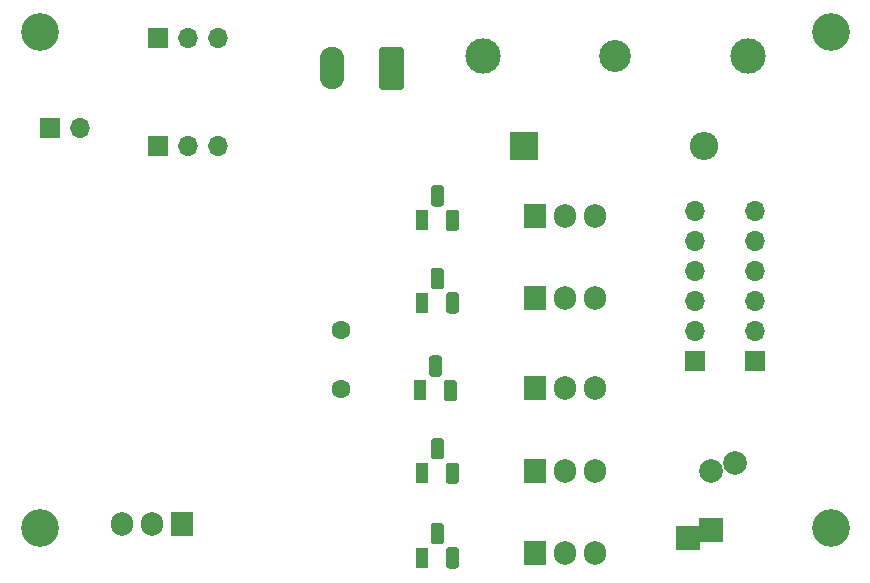
<source format=gbr>
G04 #@! TF.GenerationSoftware,KiCad,Pcbnew,5.1.5*
G04 #@! TF.CreationDate,2020-04-19T19:26:31+00:00*
G04 #@! TF.ProjectId,esp-12_led_strip_controller,6573702d-3132-45f6-9c65-645f73747269,rev?*
G04 #@! TF.SameCoordinates,Original*
G04 #@! TF.FileFunction,Soldermask,Bot*
G04 #@! TF.FilePolarity,Negative*
%FSLAX46Y46*%
G04 Gerber Fmt 4.6, Leading zero omitted, Abs format (unit mm)*
G04 Created by KiCad (PCBNEW 5.1.5) date 2020-04-19 19:26:31*
%MOMM*%
%LPD*%
G04 APERTURE LIST*
%ADD10O,1.905000X2.000000*%
%ADD11R,1.905000X2.000000*%
%ADD12C,3.200000*%
%ADD13O,1.700000X1.700000*%
%ADD14R,1.700000X1.700000*%
%ADD15C,2.000000*%
%ADD16R,2.000000X2.000000*%
%ADD17O,2.400000X2.400000*%
%ADD18R,2.400000X2.400000*%
%ADD19C,2.700000*%
%ADD20C,3.000000*%
%ADD21C,1.600000*%
%ADD22R,1.100000X1.800000*%
%ADD23C,0.100000*%
%ADD24O,2.080000X3.600000*%
G04 APERTURE END LIST*
D10*
X59944000Y-137668000D03*
X62484000Y-137668000D03*
D11*
X65024000Y-137668000D03*
D12*
X120000000Y-138000000D03*
X120000000Y-96000000D03*
D13*
X113540000Y-111110000D03*
X113540000Y-113650000D03*
X113540000Y-116190000D03*
X113540000Y-118730000D03*
X113540000Y-121270000D03*
D14*
X113540000Y-123810000D03*
X108460000Y-123810000D03*
D13*
X108460000Y-116190000D03*
X108460000Y-113650000D03*
X108460000Y-121270000D03*
X108460000Y-118730000D03*
X108460000Y-111110000D03*
D12*
X53000000Y-138000000D03*
X53000000Y-96000000D03*
D15*
X111855000Y-132503856D03*
D16*
X107855000Y-138848144D03*
D15*
X109855000Y-133176000D03*
D16*
X109855000Y-138176000D03*
D17*
X109220000Y-105664000D03*
D18*
X93980000Y-105664000D03*
D19*
X101750000Y-98000000D03*
D20*
X90500000Y-98000000D03*
X113000000Y-98000000D03*
D21*
X78486000Y-121238000D03*
X78486000Y-126238000D03*
D22*
X85408000Y-111922000D03*
D23*
G36*
X88249955Y-111023324D02*
G01*
X88276650Y-111027284D01*
X88302828Y-111033841D01*
X88328238Y-111042933D01*
X88352634Y-111054472D01*
X88375782Y-111068346D01*
X88397458Y-111084422D01*
X88417454Y-111102546D01*
X88435578Y-111122542D01*
X88451654Y-111144218D01*
X88465528Y-111167366D01*
X88477067Y-111191762D01*
X88486159Y-111217172D01*
X88492716Y-111243350D01*
X88496676Y-111270045D01*
X88498000Y-111297000D01*
X88498000Y-112547000D01*
X88496676Y-112573955D01*
X88492716Y-112600650D01*
X88486159Y-112626828D01*
X88477067Y-112652238D01*
X88465528Y-112676634D01*
X88451654Y-112699782D01*
X88435578Y-112721458D01*
X88417454Y-112741454D01*
X88397458Y-112759578D01*
X88375782Y-112775654D01*
X88352634Y-112789528D01*
X88328238Y-112801067D01*
X88302828Y-112810159D01*
X88276650Y-112816716D01*
X88249955Y-112820676D01*
X88223000Y-112822000D01*
X87673000Y-112822000D01*
X87646045Y-112820676D01*
X87619350Y-112816716D01*
X87593172Y-112810159D01*
X87567762Y-112801067D01*
X87543366Y-112789528D01*
X87520218Y-112775654D01*
X87498542Y-112759578D01*
X87478546Y-112741454D01*
X87460422Y-112721458D01*
X87444346Y-112699782D01*
X87430472Y-112676634D01*
X87418933Y-112652238D01*
X87409841Y-112626828D01*
X87403284Y-112600650D01*
X87399324Y-112573955D01*
X87398000Y-112547000D01*
X87398000Y-111297000D01*
X87399324Y-111270045D01*
X87403284Y-111243350D01*
X87409841Y-111217172D01*
X87418933Y-111191762D01*
X87430472Y-111167366D01*
X87444346Y-111144218D01*
X87460422Y-111122542D01*
X87478546Y-111102546D01*
X87498542Y-111084422D01*
X87520218Y-111068346D01*
X87543366Y-111054472D01*
X87567762Y-111042933D01*
X87593172Y-111033841D01*
X87619350Y-111027284D01*
X87646045Y-111023324D01*
X87673000Y-111022000D01*
X88223000Y-111022000D01*
X88249955Y-111023324D01*
G37*
G36*
X86979955Y-108953324D02*
G01*
X87006650Y-108957284D01*
X87032828Y-108963841D01*
X87058238Y-108972933D01*
X87082634Y-108984472D01*
X87105782Y-108998346D01*
X87127458Y-109014422D01*
X87147454Y-109032546D01*
X87165578Y-109052542D01*
X87181654Y-109074218D01*
X87195528Y-109097366D01*
X87207067Y-109121762D01*
X87216159Y-109147172D01*
X87222716Y-109173350D01*
X87226676Y-109200045D01*
X87228000Y-109227000D01*
X87228000Y-110477000D01*
X87226676Y-110503955D01*
X87222716Y-110530650D01*
X87216159Y-110556828D01*
X87207067Y-110582238D01*
X87195528Y-110606634D01*
X87181654Y-110629782D01*
X87165578Y-110651458D01*
X87147454Y-110671454D01*
X87127458Y-110689578D01*
X87105782Y-110705654D01*
X87082634Y-110719528D01*
X87058238Y-110731067D01*
X87032828Y-110740159D01*
X87006650Y-110746716D01*
X86979955Y-110750676D01*
X86953000Y-110752000D01*
X86403000Y-110752000D01*
X86376045Y-110750676D01*
X86349350Y-110746716D01*
X86323172Y-110740159D01*
X86297762Y-110731067D01*
X86273366Y-110719528D01*
X86250218Y-110705654D01*
X86228542Y-110689578D01*
X86208546Y-110671454D01*
X86190422Y-110651458D01*
X86174346Y-110629782D01*
X86160472Y-110606634D01*
X86148933Y-110582238D01*
X86139841Y-110556828D01*
X86133284Y-110530650D01*
X86129324Y-110503955D01*
X86128000Y-110477000D01*
X86128000Y-109227000D01*
X86129324Y-109200045D01*
X86133284Y-109173350D01*
X86139841Y-109147172D01*
X86148933Y-109121762D01*
X86160472Y-109097366D01*
X86174346Y-109074218D01*
X86190422Y-109052542D01*
X86208546Y-109032546D01*
X86228542Y-109014422D01*
X86250218Y-108998346D01*
X86273366Y-108984472D01*
X86297762Y-108972933D01*
X86323172Y-108963841D01*
X86349350Y-108957284D01*
X86376045Y-108953324D01*
X86403000Y-108952000D01*
X86953000Y-108952000D01*
X86979955Y-108953324D01*
G37*
G36*
X86809955Y-123353324D02*
G01*
X86836650Y-123357284D01*
X86862828Y-123363841D01*
X86888238Y-123372933D01*
X86912634Y-123384472D01*
X86935782Y-123398346D01*
X86957458Y-123414422D01*
X86977454Y-123432546D01*
X86995578Y-123452542D01*
X87011654Y-123474218D01*
X87025528Y-123497366D01*
X87037067Y-123521762D01*
X87046159Y-123547172D01*
X87052716Y-123573350D01*
X87056676Y-123600045D01*
X87058000Y-123627000D01*
X87058000Y-124877000D01*
X87056676Y-124903955D01*
X87052716Y-124930650D01*
X87046159Y-124956828D01*
X87037067Y-124982238D01*
X87025528Y-125006634D01*
X87011654Y-125029782D01*
X86995578Y-125051458D01*
X86977454Y-125071454D01*
X86957458Y-125089578D01*
X86935782Y-125105654D01*
X86912634Y-125119528D01*
X86888238Y-125131067D01*
X86862828Y-125140159D01*
X86836650Y-125146716D01*
X86809955Y-125150676D01*
X86783000Y-125152000D01*
X86233000Y-125152000D01*
X86206045Y-125150676D01*
X86179350Y-125146716D01*
X86153172Y-125140159D01*
X86127762Y-125131067D01*
X86103366Y-125119528D01*
X86080218Y-125105654D01*
X86058542Y-125089578D01*
X86038546Y-125071454D01*
X86020422Y-125051458D01*
X86004346Y-125029782D01*
X85990472Y-125006634D01*
X85978933Y-124982238D01*
X85969841Y-124956828D01*
X85963284Y-124930650D01*
X85959324Y-124903955D01*
X85958000Y-124877000D01*
X85958000Y-123627000D01*
X85959324Y-123600045D01*
X85963284Y-123573350D01*
X85969841Y-123547172D01*
X85978933Y-123521762D01*
X85990472Y-123497366D01*
X86004346Y-123474218D01*
X86020422Y-123452542D01*
X86038546Y-123432546D01*
X86058542Y-123414422D01*
X86080218Y-123398346D01*
X86103366Y-123384472D01*
X86127762Y-123372933D01*
X86153172Y-123363841D01*
X86179350Y-123357284D01*
X86206045Y-123353324D01*
X86233000Y-123352000D01*
X86783000Y-123352000D01*
X86809955Y-123353324D01*
G37*
G36*
X88079955Y-125423324D02*
G01*
X88106650Y-125427284D01*
X88132828Y-125433841D01*
X88158238Y-125442933D01*
X88182634Y-125454472D01*
X88205782Y-125468346D01*
X88227458Y-125484422D01*
X88247454Y-125502546D01*
X88265578Y-125522542D01*
X88281654Y-125544218D01*
X88295528Y-125567366D01*
X88307067Y-125591762D01*
X88316159Y-125617172D01*
X88322716Y-125643350D01*
X88326676Y-125670045D01*
X88328000Y-125697000D01*
X88328000Y-126947000D01*
X88326676Y-126973955D01*
X88322716Y-127000650D01*
X88316159Y-127026828D01*
X88307067Y-127052238D01*
X88295528Y-127076634D01*
X88281654Y-127099782D01*
X88265578Y-127121458D01*
X88247454Y-127141454D01*
X88227458Y-127159578D01*
X88205782Y-127175654D01*
X88182634Y-127189528D01*
X88158238Y-127201067D01*
X88132828Y-127210159D01*
X88106650Y-127216716D01*
X88079955Y-127220676D01*
X88053000Y-127222000D01*
X87503000Y-127222000D01*
X87476045Y-127220676D01*
X87449350Y-127216716D01*
X87423172Y-127210159D01*
X87397762Y-127201067D01*
X87373366Y-127189528D01*
X87350218Y-127175654D01*
X87328542Y-127159578D01*
X87308546Y-127141454D01*
X87290422Y-127121458D01*
X87274346Y-127099782D01*
X87260472Y-127076634D01*
X87248933Y-127052238D01*
X87239841Y-127026828D01*
X87233284Y-127000650D01*
X87229324Y-126973955D01*
X87228000Y-126947000D01*
X87228000Y-125697000D01*
X87229324Y-125670045D01*
X87233284Y-125643350D01*
X87239841Y-125617172D01*
X87248933Y-125591762D01*
X87260472Y-125567366D01*
X87274346Y-125544218D01*
X87290422Y-125522542D01*
X87308546Y-125502546D01*
X87328542Y-125484422D01*
X87350218Y-125468346D01*
X87373366Y-125454472D01*
X87397762Y-125442933D01*
X87423172Y-125433841D01*
X87449350Y-125427284D01*
X87476045Y-125423324D01*
X87503000Y-125422000D01*
X88053000Y-125422000D01*
X88079955Y-125423324D01*
G37*
D22*
X85238000Y-126322000D03*
X85408000Y-140497000D03*
D23*
G36*
X88249955Y-139598324D02*
G01*
X88276650Y-139602284D01*
X88302828Y-139608841D01*
X88328238Y-139617933D01*
X88352634Y-139629472D01*
X88375782Y-139643346D01*
X88397458Y-139659422D01*
X88417454Y-139677546D01*
X88435578Y-139697542D01*
X88451654Y-139719218D01*
X88465528Y-139742366D01*
X88477067Y-139766762D01*
X88486159Y-139792172D01*
X88492716Y-139818350D01*
X88496676Y-139845045D01*
X88498000Y-139872000D01*
X88498000Y-141122000D01*
X88496676Y-141148955D01*
X88492716Y-141175650D01*
X88486159Y-141201828D01*
X88477067Y-141227238D01*
X88465528Y-141251634D01*
X88451654Y-141274782D01*
X88435578Y-141296458D01*
X88417454Y-141316454D01*
X88397458Y-141334578D01*
X88375782Y-141350654D01*
X88352634Y-141364528D01*
X88328238Y-141376067D01*
X88302828Y-141385159D01*
X88276650Y-141391716D01*
X88249955Y-141395676D01*
X88223000Y-141397000D01*
X87673000Y-141397000D01*
X87646045Y-141395676D01*
X87619350Y-141391716D01*
X87593172Y-141385159D01*
X87567762Y-141376067D01*
X87543366Y-141364528D01*
X87520218Y-141350654D01*
X87498542Y-141334578D01*
X87478546Y-141316454D01*
X87460422Y-141296458D01*
X87444346Y-141274782D01*
X87430472Y-141251634D01*
X87418933Y-141227238D01*
X87409841Y-141201828D01*
X87403284Y-141175650D01*
X87399324Y-141148955D01*
X87398000Y-141122000D01*
X87398000Y-139872000D01*
X87399324Y-139845045D01*
X87403284Y-139818350D01*
X87409841Y-139792172D01*
X87418933Y-139766762D01*
X87430472Y-139742366D01*
X87444346Y-139719218D01*
X87460422Y-139697542D01*
X87478546Y-139677546D01*
X87498542Y-139659422D01*
X87520218Y-139643346D01*
X87543366Y-139629472D01*
X87567762Y-139617933D01*
X87593172Y-139608841D01*
X87619350Y-139602284D01*
X87646045Y-139598324D01*
X87673000Y-139597000D01*
X88223000Y-139597000D01*
X88249955Y-139598324D01*
G37*
G36*
X86979955Y-137528324D02*
G01*
X87006650Y-137532284D01*
X87032828Y-137538841D01*
X87058238Y-137547933D01*
X87082634Y-137559472D01*
X87105782Y-137573346D01*
X87127458Y-137589422D01*
X87147454Y-137607546D01*
X87165578Y-137627542D01*
X87181654Y-137649218D01*
X87195528Y-137672366D01*
X87207067Y-137696762D01*
X87216159Y-137722172D01*
X87222716Y-137748350D01*
X87226676Y-137775045D01*
X87228000Y-137802000D01*
X87228000Y-139052000D01*
X87226676Y-139078955D01*
X87222716Y-139105650D01*
X87216159Y-139131828D01*
X87207067Y-139157238D01*
X87195528Y-139181634D01*
X87181654Y-139204782D01*
X87165578Y-139226458D01*
X87147454Y-139246454D01*
X87127458Y-139264578D01*
X87105782Y-139280654D01*
X87082634Y-139294528D01*
X87058238Y-139306067D01*
X87032828Y-139315159D01*
X87006650Y-139321716D01*
X86979955Y-139325676D01*
X86953000Y-139327000D01*
X86403000Y-139327000D01*
X86376045Y-139325676D01*
X86349350Y-139321716D01*
X86323172Y-139315159D01*
X86297762Y-139306067D01*
X86273366Y-139294528D01*
X86250218Y-139280654D01*
X86228542Y-139264578D01*
X86208546Y-139246454D01*
X86190422Y-139226458D01*
X86174346Y-139204782D01*
X86160472Y-139181634D01*
X86148933Y-139157238D01*
X86139841Y-139131828D01*
X86133284Y-139105650D01*
X86129324Y-139078955D01*
X86128000Y-139052000D01*
X86128000Y-137802000D01*
X86129324Y-137775045D01*
X86133284Y-137748350D01*
X86139841Y-137722172D01*
X86148933Y-137696762D01*
X86160472Y-137672366D01*
X86174346Y-137649218D01*
X86190422Y-137627542D01*
X86208546Y-137607546D01*
X86228542Y-137589422D01*
X86250218Y-137573346D01*
X86273366Y-137559472D01*
X86297762Y-137547933D01*
X86323172Y-137538841D01*
X86349350Y-137532284D01*
X86376045Y-137528324D01*
X86403000Y-137527000D01*
X86953000Y-137527000D01*
X86979955Y-137528324D01*
G37*
D11*
X94933000Y-111522000D03*
D10*
X97473000Y-111522000D03*
X100013000Y-111522000D03*
D11*
X94933000Y-126127000D03*
D10*
X97473000Y-126127000D03*
X100013000Y-126127000D03*
X100013000Y-140097000D03*
X97473000Y-140097000D03*
D11*
X94933000Y-140097000D03*
D22*
X85408000Y-118907000D03*
D23*
G36*
X88249955Y-118008324D02*
G01*
X88276650Y-118012284D01*
X88302828Y-118018841D01*
X88328238Y-118027933D01*
X88352634Y-118039472D01*
X88375782Y-118053346D01*
X88397458Y-118069422D01*
X88417454Y-118087546D01*
X88435578Y-118107542D01*
X88451654Y-118129218D01*
X88465528Y-118152366D01*
X88477067Y-118176762D01*
X88486159Y-118202172D01*
X88492716Y-118228350D01*
X88496676Y-118255045D01*
X88498000Y-118282000D01*
X88498000Y-119532000D01*
X88496676Y-119558955D01*
X88492716Y-119585650D01*
X88486159Y-119611828D01*
X88477067Y-119637238D01*
X88465528Y-119661634D01*
X88451654Y-119684782D01*
X88435578Y-119706458D01*
X88417454Y-119726454D01*
X88397458Y-119744578D01*
X88375782Y-119760654D01*
X88352634Y-119774528D01*
X88328238Y-119786067D01*
X88302828Y-119795159D01*
X88276650Y-119801716D01*
X88249955Y-119805676D01*
X88223000Y-119807000D01*
X87673000Y-119807000D01*
X87646045Y-119805676D01*
X87619350Y-119801716D01*
X87593172Y-119795159D01*
X87567762Y-119786067D01*
X87543366Y-119774528D01*
X87520218Y-119760654D01*
X87498542Y-119744578D01*
X87478546Y-119726454D01*
X87460422Y-119706458D01*
X87444346Y-119684782D01*
X87430472Y-119661634D01*
X87418933Y-119637238D01*
X87409841Y-119611828D01*
X87403284Y-119585650D01*
X87399324Y-119558955D01*
X87398000Y-119532000D01*
X87398000Y-118282000D01*
X87399324Y-118255045D01*
X87403284Y-118228350D01*
X87409841Y-118202172D01*
X87418933Y-118176762D01*
X87430472Y-118152366D01*
X87444346Y-118129218D01*
X87460422Y-118107542D01*
X87478546Y-118087546D01*
X87498542Y-118069422D01*
X87520218Y-118053346D01*
X87543366Y-118039472D01*
X87567762Y-118027933D01*
X87593172Y-118018841D01*
X87619350Y-118012284D01*
X87646045Y-118008324D01*
X87673000Y-118007000D01*
X88223000Y-118007000D01*
X88249955Y-118008324D01*
G37*
G36*
X86979955Y-115938324D02*
G01*
X87006650Y-115942284D01*
X87032828Y-115948841D01*
X87058238Y-115957933D01*
X87082634Y-115969472D01*
X87105782Y-115983346D01*
X87127458Y-115999422D01*
X87147454Y-116017546D01*
X87165578Y-116037542D01*
X87181654Y-116059218D01*
X87195528Y-116082366D01*
X87207067Y-116106762D01*
X87216159Y-116132172D01*
X87222716Y-116158350D01*
X87226676Y-116185045D01*
X87228000Y-116212000D01*
X87228000Y-117462000D01*
X87226676Y-117488955D01*
X87222716Y-117515650D01*
X87216159Y-117541828D01*
X87207067Y-117567238D01*
X87195528Y-117591634D01*
X87181654Y-117614782D01*
X87165578Y-117636458D01*
X87147454Y-117656454D01*
X87127458Y-117674578D01*
X87105782Y-117690654D01*
X87082634Y-117704528D01*
X87058238Y-117716067D01*
X87032828Y-117725159D01*
X87006650Y-117731716D01*
X86979955Y-117735676D01*
X86953000Y-117737000D01*
X86403000Y-117737000D01*
X86376045Y-117735676D01*
X86349350Y-117731716D01*
X86323172Y-117725159D01*
X86297762Y-117716067D01*
X86273366Y-117704528D01*
X86250218Y-117690654D01*
X86228542Y-117674578D01*
X86208546Y-117656454D01*
X86190422Y-117636458D01*
X86174346Y-117614782D01*
X86160472Y-117591634D01*
X86148933Y-117567238D01*
X86139841Y-117541828D01*
X86133284Y-117515650D01*
X86129324Y-117488955D01*
X86128000Y-117462000D01*
X86128000Y-116212000D01*
X86129324Y-116185045D01*
X86133284Y-116158350D01*
X86139841Y-116132172D01*
X86148933Y-116106762D01*
X86160472Y-116082366D01*
X86174346Y-116059218D01*
X86190422Y-116037542D01*
X86208546Y-116017546D01*
X86228542Y-115999422D01*
X86250218Y-115983346D01*
X86273366Y-115969472D01*
X86297762Y-115957933D01*
X86323172Y-115948841D01*
X86349350Y-115942284D01*
X86376045Y-115938324D01*
X86403000Y-115937000D01*
X86953000Y-115937000D01*
X86979955Y-115938324D01*
G37*
G36*
X86979955Y-130353324D02*
G01*
X87006650Y-130357284D01*
X87032828Y-130363841D01*
X87058238Y-130372933D01*
X87082634Y-130384472D01*
X87105782Y-130398346D01*
X87127458Y-130414422D01*
X87147454Y-130432546D01*
X87165578Y-130452542D01*
X87181654Y-130474218D01*
X87195528Y-130497366D01*
X87207067Y-130521762D01*
X87216159Y-130547172D01*
X87222716Y-130573350D01*
X87226676Y-130600045D01*
X87228000Y-130627000D01*
X87228000Y-131877000D01*
X87226676Y-131903955D01*
X87222716Y-131930650D01*
X87216159Y-131956828D01*
X87207067Y-131982238D01*
X87195528Y-132006634D01*
X87181654Y-132029782D01*
X87165578Y-132051458D01*
X87147454Y-132071454D01*
X87127458Y-132089578D01*
X87105782Y-132105654D01*
X87082634Y-132119528D01*
X87058238Y-132131067D01*
X87032828Y-132140159D01*
X87006650Y-132146716D01*
X86979955Y-132150676D01*
X86953000Y-132152000D01*
X86403000Y-132152000D01*
X86376045Y-132150676D01*
X86349350Y-132146716D01*
X86323172Y-132140159D01*
X86297762Y-132131067D01*
X86273366Y-132119528D01*
X86250218Y-132105654D01*
X86228542Y-132089578D01*
X86208546Y-132071454D01*
X86190422Y-132051458D01*
X86174346Y-132029782D01*
X86160472Y-132006634D01*
X86148933Y-131982238D01*
X86139841Y-131956828D01*
X86133284Y-131930650D01*
X86129324Y-131903955D01*
X86128000Y-131877000D01*
X86128000Y-130627000D01*
X86129324Y-130600045D01*
X86133284Y-130573350D01*
X86139841Y-130547172D01*
X86148933Y-130521762D01*
X86160472Y-130497366D01*
X86174346Y-130474218D01*
X86190422Y-130452542D01*
X86208546Y-130432546D01*
X86228542Y-130414422D01*
X86250218Y-130398346D01*
X86273366Y-130384472D01*
X86297762Y-130372933D01*
X86323172Y-130363841D01*
X86349350Y-130357284D01*
X86376045Y-130353324D01*
X86403000Y-130352000D01*
X86953000Y-130352000D01*
X86979955Y-130353324D01*
G37*
G36*
X88249955Y-132423324D02*
G01*
X88276650Y-132427284D01*
X88302828Y-132433841D01*
X88328238Y-132442933D01*
X88352634Y-132454472D01*
X88375782Y-132468346D01*
X88397458Y-132484422D01*
X88417454Y-132502546D01*
X88435578Y-132522542D01*
X88451654Y-132544218D01*
X88465528Y-132567366D01*
X88477067Y-132591762D01*
X88486159Y-132617172D01*
X88492716Y-132643350D01*
X88496676Y-132670045D01*
X88498000Y-132697000D01*
X88498000Y-133947000D01*
X88496676Y-133973955D01*
X88492716Y-134000650D01*
X88486159Y-134026828D01*
X88477067Y-134052238D01*
X88465528Y-134076634D01*
X88451654Y-134099782D01*
X88435578Y-134121458D01*
X88417454Y-134141454D01*
X88397458Y-134159578D01*
X88375782Y-134175654D01*
X88352634Y-134189528D01*
X88328238Y-134201067D01*
X88302828Y-134210159D01*
X88276650Y-134216716D01*
X88249955Y-134220676D01*
X88223000Y-134222000D01*
X87673000Y-134222000D01*
X87646045Y-134220676D01*
X87619350Y-134216716D01*
X87593172Y-134210159D01*
X87567762Y-134201067D01*
X87543366Y-134189528D01*
X87520218Y-134175654D01*
X87498542Y-134159578D01*
X87478546Y-134141454D01*
X87460422Y-134121458D01*
X87444346Y-134099782D01*
X87430472Y-134076634D01*
X87418933Y-134052238D01*
X87409841Y-134026828D01*
X87403284Y-134000650D01*
X87399324Y-133973955D01*
X87398000Y-133947000D01*
X87398000Y-132697000D01*
X87399324Y-132670045D01*
X87403284Y-132643350D01*
X87409841Y-132617172D01*
X87418933Y-132591762D01*
X87430472Y-132567366D01*
X87444346Y-132544218D01*
X87460422Y-132522542D01*
X87478546Y-132502546D01*
X87498542Y-132484422D01*
X87520218Y-132468346D01*
X87543366Y-132454472D01*
X87567762Y-132442933D01*
X87593172Y-132433841D01*
X87619350Y-132427284D01*
X87646045Y-132423324D01*
X87673000Y-132422000D01*
X88223000Y-132422000D01*
X88249955Y-132423324D01*
G37*
D22*
X85408000Y-133322000D03*
D11*
X94933000Y-118507000D03*
D10*
X97473000Y-118507000D03*
X100013000Y-118507000D03*
D11*
X94933000Y-133112000D03*
D10*
X97473000Y-133112000D03*
X100013000Y-133112000D03*
D24*
X77724000Y-99060000D03*
D23*
G36*
X83618505Y-97261204D02*
G01*
X83642773Y-97264804D01*
X83666572Y-97270765D01*
X83689671Y-97279030D01*
X83711850Y-97289520D01*
X83732893Y-97302132D01*
X83752599Y-97316747D01*
X83770777Y-97333223D01*
X83787253Y-97351401D01*
X83801868Y-97371107D01*
X83814480Y-97392150D01*
X83824970Y-97414329D01*
X83833235Y-97437428D01*
X83839196Y-97461227D01*
X83842796Y-97485495D01*
X83844000Y-97509999D01*
X83844000Y-100610001D01*
X83842796Y-100634505D01*
X83839196Y-100658773D01*
X83833235Y-100682572D01*
X83824970Y-100705671D01*
X83814480Y-100727850D01*
X83801868Y-100748893D01*
X83787253Y-100768599D01*
X83770777Y-100786777D01*
X83752599Y-100803253D01*
X83732893Y-100817868D01*
X83711850Y-100830480D01*
X83689671Y-100840970D01*
X83666572Y-100849235D01*
X83642773Y-100855196D01*
X83618505Y-100858796D01*
X83594001Y-100860000D01*
X82013999Y-100860000D01*
X81989495Y-100858796D01*
X81965227Y-100855196D01*
X81941428Y-100849235D01*
X81918329Y-100840970D01*
X81896150Y-100830480D01*
X81875107Y-100817868D01*
X81855401Y-100803253D01*
X81837223Y-100786777D01*
X81820747Y-100768599D01*
X81806132Y-100748893D01*
X81793520Y-100727850D01*
X81783030Y-100705671D01*
X81774765Y-100682572D01*
X81768804Y-100658773D01*
X81765204Y-100634505D01*
X81764000Y-100610001D01*
X81764000Y-97509999D01*
X81765204Y-97485495D01*
X81768804Y-97461227D01*
X81774765Y-97437428D01*
X81783030Y-97414329D01*
X81793520Y-97392150D01*
X81806132Y-97371107D01*
X81820747Y-97351401D01*
X81837223Y-97333223D01*
X81855401Y-97316747D01*
X81875107Y-97302132D01*
X81896150Y-97289520D01*
X81918329Y-97279030D01*
X81941428Y-97270765D01*
X81965227Y-97264804D01*
X81989495Y-97261204D01*
X82013999Y-97260000D01*
X83594001Y-97260000D01*
X83618505Y-97261204D01*
G37*
D13*
X56388000Y-104140000D03*
D14*
X53848000Y-104140000D03*
X63000000Y-105664000D03*
D13*
X65540000Y-105664000D03*
X68080000Y-105664000D03*
D14*
X62992000Y-96520000D03*
D13*
X65532000Y-96520000D03*
X68072000Y-96520000D03*
M02*

</source>
